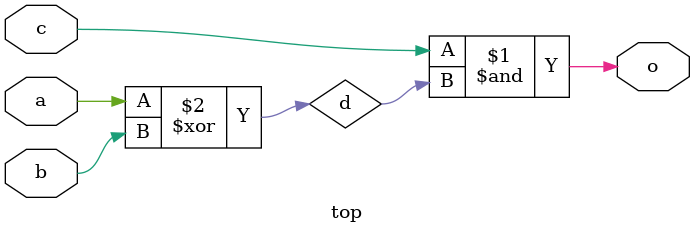
<source format=v>
module top(o, a, b, c);
output o;
input a, b, c;
wire d;
and g2(o, c, d);
xor g1(d, a, b);
endmodule
</source>
